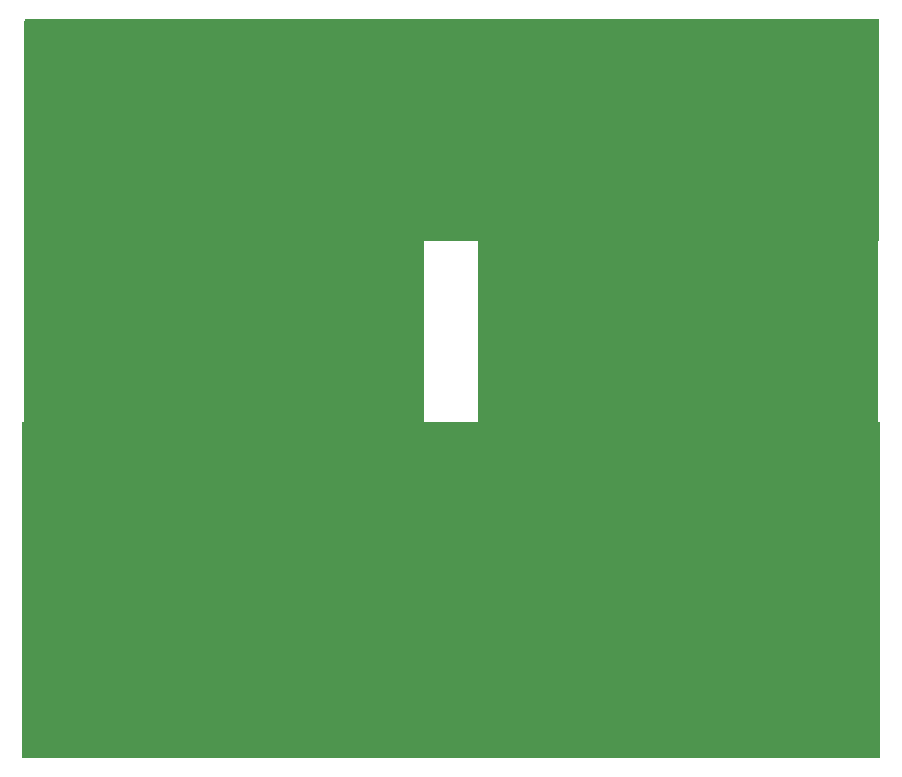
<source format=gbr>
G04 ===== Begin FILE IDENTIFICATION =====*
G04 File Format:  Gerber RS274X*
G04 ===== End FILE IDENTIFICATION =====*
%FSLAX66Y66*%
%MOIN*%
%SFA1.0000B1.0000*%
%OFA0.0B0.0*%
%ADD14R,2.846024X0.743657*%
%ADD15R,1.336346X2.454626*%
%ADD16R,1.336343X2.454626*%
%ADD17R,2.862795X1.123870*%
%LNsolder_mask_bottom*%
%IPPOS*%
%LPD*%
G75*
D14*
X1231154Y2093970D03*
D15*
X470724Y1232896D03*
D16*
X1985994Y1238486D03*
D17*
X1228358Y561927D03*
M02*


</source>
